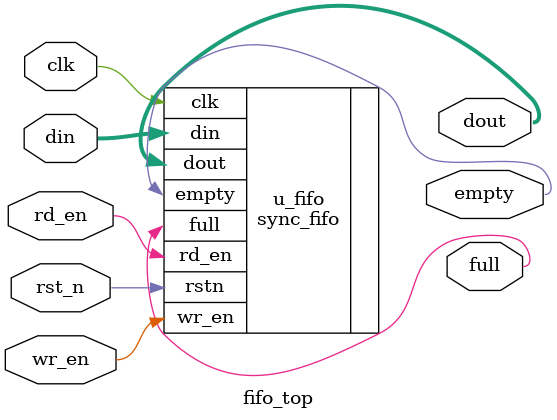
<source format=v>
module fifo_top #(
    parameter DATA_WIDTH = 16,
    parameter ADDR_WIDTH = 4 // User provides address width
) (
    input wire clk,
    input wire rst_n,
    input wire wr_en,
    input wire rd_en,
    input wire [DATA_WIDTH-1:0] din,
    output wire [DATA_WIDTH-1:0] dout,
    output wire full,
    output wire empty
);

    // Calculate the internal DEPTH based on the provided ADDR_WIDTH
    localparam DEPTH = (1 << ADDR_WIDTH); // e.g., 4 bits -> 2^4 = 16 depth

    // Instantiate the core synchronous FIFO
    // This wrapper passes the calculated DEPTH to the underlying module.
    sync_fifo #(.DEPTH(DEPTH), .DWIDTH(DATA_WIDTH)) u_fifo (
        .rstn(rst_n), 
        .clk(clk), 
        .wr_en(wr_en), 
        .rd_en(rd_en), 
        .din(din), 
        .dout(dout), 
        .empty(empty), 
        .full(full)
    );

endmodule
</source>
